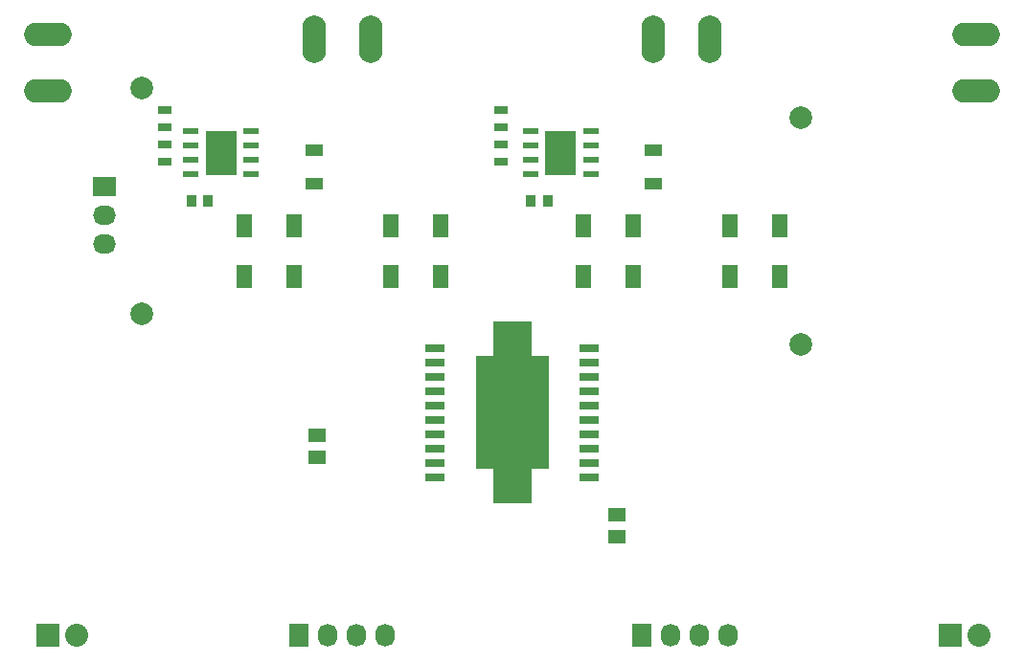
<source format=gts>
G04 #@! TF.FileFunction,Soldermask,Top*
%FSLAX46Y46*%
G04 Gerber Fmt 4.6, Leading zero omitted, Abs format (unit mm)*
G04 Created by KiCad (PCBNEW 4.0.6-e0-6349~53~ubuntu16.04.1) date Thu May 25 23:24:03 2017*
%MOMM*%
%LPD*%
G01*
G04 APERTURE LIST*
%ADD10C,0.100000*%
%ADD11C,1.998980*%
%ADD12R,1.400000X2.100000*%
%ADD13R,1.498600X1.300480*%
%ADD14R,1.143000X0.635000*%
%ADD15R,1.699260X0.759460*%
%ADD16R,6.398260X9.999980*%
%ADD17R,3.398520X16.098520*%
%ADD18R,1.399540X0.599440*%
%ADD19R,2.799080X4.000500*%
%ADD20O,4.200000X2.100000*%
%ADD21O,2.100000X4.200000*%
%ADD22R,0.899160X1.000760*%
%ADD23R,1.600000X1.000000*%
%ADD24R,2.032000X2.032000*%
%ADD25O,2.032000X2.032000*%
%ADD26R,2.032000X1.727200*%
%ADD27O,2.032000X1.727200*%
%ADD28R,1.727200X2.032000*%
%ADD29O,1.727200X2.032000*%
G04 APERTURE END LIST*
D10*
D11*
X120500000Y-93000000D03*
X120500000Y-72900000D03*
X62250000Y-90250000D03*
X62250000Y-70250000D03*
D12*
X118700000Y-82500000D03*
X114300000Y-82500000D03*
X101300000Y-82500000D03*
X105700000Y-82500000D03*
X105700000Y-87000000D03*
X101300000Y-87000000D03*
X88700000Y-82500000D03*
X84300000Y-82500000D03*
X71300000Y-82500000D03*
X75700000Y-82500000D03*
X75700000Y-87000000D03*
X71300000Y-87000000D03*
X84300000Y-87000000D03*
X88700000Y-87000000D03*
X114300000Y-87000000D03*
X118700000Y-87000000D03*
D13*
X104250000Y-109952500D03*
X104250000Y-108047500D03*
X77750000Y-101047500D03*
X77750000Y-102952500D03*
D14*
X64300000Y-73762000D03*
X64300000Y-72238000D03*
X64300000Y-75238000D03*
X64300000Y-76762000D03*
X94000000Y-73762000D03*
X94000000Y-72238000D03*
X94000000Y-75238000D03*
X94000000Y-76762000D03*
D15*
X88154700Y-93285000D03*
X88152160Y-94555000D03*
X88152160Y-95825000D03*
X88152160Y-97095000D03*
X88152160Y-98365000D03*
X88152160Y-99635000D03*
X88152160Y-100905000D03*
X88152160Y-102175000D03*
D16*
X95000000Y-99000000D03*
D15*
X88154700Y-104715000D03*
X88152160Y-103445000D03*
X101847840Y-104715000D03*
X101847840Y-103445000D03*
X101847840Y-102175000D03*
X101847840Y-100905000D03*
X101847840Y-99635000D03*
X101847840Y-98365000D03*
X101847840Y-97095000D03*
X101847840Y-95825000D03*
X101847840Y-94555000D03*
X101845300Y-93285000D03*
D17*
X95000000Y-99000000D03*
D18*
X66633000Y-77905000D03*
X71967000Y-77905000D03*
X66633000Y-76635000D03*
X66633000Y-75365000D03*
X66633000Y-74095000D03*
X71967000Y-76635000D03*
X71967000Y-75365000D03*
X71967000Y-74095000D03*
D19*
X69300000Y-76000000D03*
D18*
X96633000Y-77905000D03*
X101967000Y-77905000D03*
X96633000Y-76635000D03*
X96633000Y-75365000D03*
X96633000Y-74095000D03*
X101967000Y-76635000D03*
X101967000Y-75365000D03*
X101967000Y-74095000D03*
D19*
X99300000Y-76000000D03*
D20*
X136000000Y-65500000D03*
X136000000Y-70500000D03*
D21*
X77500000Y-66000000D03*
X82500000Y-66000000D03*
X107500000Y-66000000D03*
X112500000Y-66000000D03*
D20*
X54000000Y-70500000D03*
X54000000Y-65500000D03*
D22*
X66648160Y-80300000D03*
X68151840Y-80300000D03*
X96648160Y-80300000D03*
X98151840Y-80300000D03*
D23*
X107500000Y-75750000D03*
X107500000Y-78750000D03*
X77500000Y-75750000D03*
X77500000Y-78750000D03*
D24*
X133730000Y-118750000D03*
D25*
X136270000Y-118750000D03*
D26*
X59000000Y-78960000D03*
D27*
X59000000Y-81500000D03*
X59000000Y-84040000D03*
D28*
X106440000Y-118750000D03*
D29*
X108980000Y-118750000D03*
X111520000Y-118750000D03*
X114060000Y-118750000D03*
D28*
X76190000Y-118750000D03*
D29*
X78730000Y-118750000D03*
X81270000Y-118750000D03*
X83810000Y-118750000D03*
D24*
X53980000Y-118750000D03*
D25*
X56520000Y-118750000D03*
M02*

</source>
